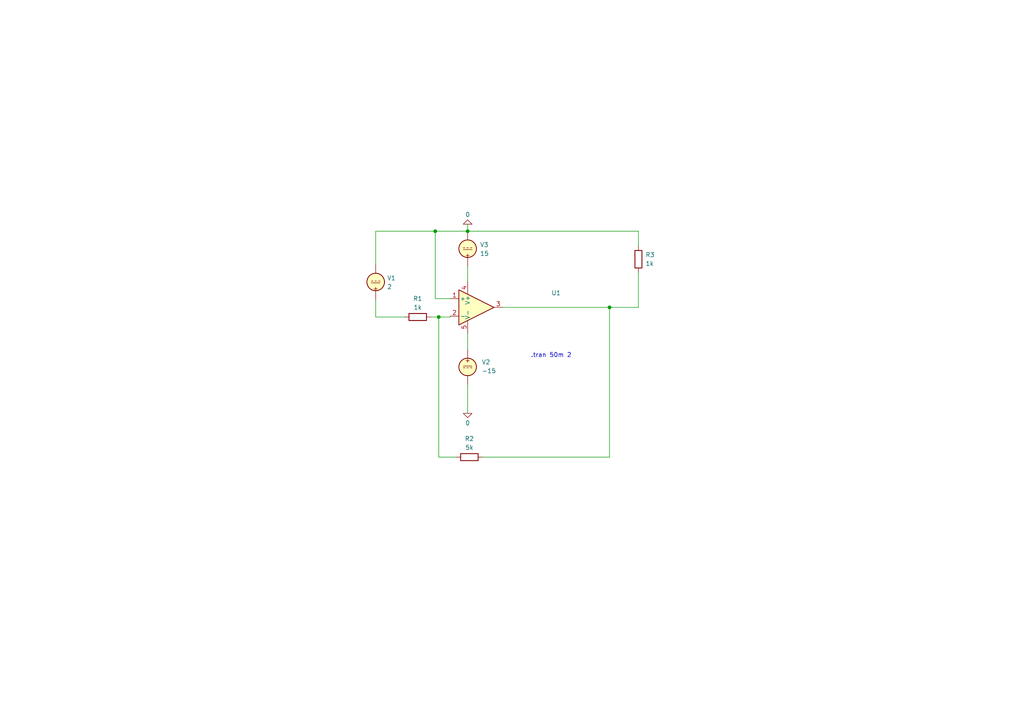
<source format=kicad_sch>
(kicad_sch (version 20230121) (generator eeschema)
  (paper "A4")
  (lib_symbols
    (symbol "Device:R" (pin_numbers hide) (pin_names (offset 0))
      (property "Reference" "R" (at 2.032 0 90))
      (property "Value" "R" (at 0 0 90))
      (symbol "R_0_1"
        (rectangle (start -1.016 -2.54) (end 1.016 2.54) (stroke (width 0.254)))
      )
      (symbol "R_1_1"
        (pin passive line (at 0 3.81 270) (length 1.27) (name "~") (number "1"))
        (pin passive line (at 0 -3.81 90) (length 1.27) (name "~") (number "2"))
      )
    )
    (symbol "Simulation_SPICE:0" (power) (pin_names (offset 0))
      (property "Value" "0" (at 0 -1.778 0))
      (symbol "0_0_1"
        (polyline (pts (xy -1.27 0) (xy 0 -1.27) (xy 1.27 0) (xy -1.27 0)))
      )
      (symbol "0_1_1"
        (pin power_in line (at 0 0 0) (length 0) hide (name "0") (number "1"))
      )
    )
    (symbol "Simulation_SPICE:OPAMP" (pin_names (offset 0.254))
      (property "Reference" "U" (at 3.81 3.175 0))
      (property "Value" "${SIM.PARAMS}" (at 3.81 -3.175 0))
      (symbol "OPAMP_0_1"
        (polyline (pts (xy 5.08 0) (xy -5.08 5.08) (xy -5.08 -5.08) (xy 5.08 0)) (stroke (width 0.254)) (fill (type background)))
      )
      (symbol "OPAMP_1_1"
        (pin input line (at -7.62 2.54 0) (length 2.54) (name "+") (number "1"))
        (pin input line (at -7.62 -2.54 0) (length 2.54) (name "-") (number "2"))
        (pin output line (at 7.62 0 180) (length 2.54) (name "~") (number "3"))
        (pin power_in line (at -2.54 7.62 270) (length 3.81) (name "V+") (number "4"))
        (pin power_in line (at -2.54 -7.62 90) (length 3.81) (name "V-") (number "5"))
      )
    )
    (symbol "Simulation_SPICE:VDC" (pin_numbers hide) (pin_names (offset 0.0254))
      (property "Reference" "V" (at 2.54 2.54 0))
      (property "Value" "1" (at 2.54 0 0))
      (symbol "VDC_0_0"
        (polyline (pts (xy -1.27 0.254) (xy 1.27 0.254)))
        (polyline (pts (xy -0.762 -0.254) (xy -1.27 -0.254)))
        (polyline (pts (xy 0.254 -0.254) (xy -0.254 -0.254)))
        (polyline (pts (xy 1.27 -0.254) (xy 0.762 -0.254)))
        (text "+" (at 0 1.905 0) (effects (font (size 1.27 1.27))))
      )
      (symbol "VDC_0_1"
        (circle (center 0 0) (radius 2.54) (stroke (width 0.254)) (fill (type background)))
      )
      (symbol "VDC_1_1"
        (pin passive line (at 0 5.08 270) (length 2.54) (name "~") (number "1"))
        (pin passive line (at 0 -5.08 90) (length 2.54) (name "~") (number "2"))
      )
    )
  )
  (junction (at 176.784 89.154))
  (junction (at 127.254 91.948))
  (junction (at 135.636 67.056))
  (junction (at 126.238 67.056))
  (wire (pts (xy 135.636 65.024) (xy 135.636 67.056)))
  (wire (pts (xy 130.556 91.948) (xy 130.556 91.694)))
  (wire (pts (xy 126.238 86.614) (xy 126.238 67.056)))
  (wire (pts (xy 127.254 91.948) (xy 130.556 91.948)))
  (wire (pts (xy 124.968 91.948) (xy 127.254 91.948)))
  (wire (pts (xy 130.556 86.614) (xy 126.238 86.614)))
  (wire (pts (xy 176.784 132.588) (xy 176.784 89.154)))
  (wire (pts (xy 126.238 67.056) (xy 135.636 67.056)))
  (wire (pts (xy 139.954 132.588) (xy 176.784 132.588)))
  (wire (pts (xy 185.166 71.374) (xy 185.166 67.056)))
  (wire (pts (xy 108.966 91.948) (xy 117.348 91.948)))
  (wire (pts (xy 176.784 89.154) (xy 185.166 89.154)))
  (wire (pts (xy 108.966 76.708) (xy 108.966 67.056)))
  (wire (pts (xy 145.796 89.154) (xy 176.784 89.154)))
  (wire (pts (xy 185.166 89.154) (xy 185.166 78.994)))
  (wire (pts (xy 135.636 96.774) (xy 135.636 101.346)))
  (wire (pts (xy 108.966 86.868) (xy 108.966 91.948)))
  (wire (pts (xy 108.966 67.056) (xy 126.238 67.056)))
  (wire (pts (xy 127.254 132.588) (xy 127.254 91.948)))
  (wire (pts (xy 135.636 77.216) (xy 135.636 81.534)))
  (wire (pts (xy 185.166 67.056) (xy 135.636 67.056)))
  (wire (pts (xy 132.334 132.588) (xy 127.254 132.588)))
  (wire (pts (xy 135.636 111.506) (xy 135.636 119.888)))
  (text ".tran 50m 2" (at 153.924 103.886 0) (effects (font (size 1.27 1.27)) (justify left bottom)))
  (symbol (lib_id "Simulation_SPICE:0") (at 135.636 65.024 180) (unit 1)
    (property "Reference" "#GND02" (effects hide))
    (property "Value" "0" (at 135.636 62.23 0))
  )
  (symbol (lib_id "Device:R") (at 136.144 132.588 90) (unit 1)
    (property "Reference" "R2" (at 136.144 127.254 90))
    (property "Value" "5k" (at 136.144 129.794 90))
  )
  (symbol (lib_id "Simulation_SPICE:0") (at 135.636 119.888 0) (unit 1)
    (property "Reference" "#GND01" (effects hide))
    (property "Value" "0" (at 135.636 122.682 0))
  )
  (symbol (lib_id "Simulation_SPICE:OPAMP") (at 138.176 89.154 0) (unit 1)
    (property "Reference" "U1" (at 161.29 84.9631 0))
    (property "Value" "${SIM.PARAMS}" (at 161.29 87.5031 0))
    (property "Sim.Pins" "1=+IN 2=-IN 3=OUT" (effects hide))
    (property "Sim.Device" "SUBCKT" (effects hide))
    (property "Sim.Library" "/home/kodyrogers/Downloads/uopamp_v1.1.lib" (effects hide))
    (property "Sim.Name" "uopamp_lvl1" (effects hide))
  )
  (symbol (lib_id "Device:R") (at 185.166 75.184 180) (unit 1)
    (property "Reference" "R3" (at 187.198 73.914 0) (effects (justify right)))
    (property "Value" "1k" (at 187.198 76.454 0) (effects (justify right)))
  )
  (symbol (lib_id "Simulation_SPICE:VDC") (at 135.636 72.136 180) (unit 1)
    (property "Reference" "V3" (at 139.192 70.9958 0) (effects (justify right)))
    (property "Value" "15" (at 139.192 73.5358 0) (effects (justify right)))
    (property "Sim.Pins" "1=+ 2=-" (effects hide))
    (property "Sim.Type" "DC" (effects hide))
    (property "Sim.Device" "V" (effects hide))
  )
  (symbol (lib_id "Device:R") (at 121.158 91.948 90) (unit 1)
    (property "Reference" "R1" (at 121.158 86.614 90))
    (property "Value" "1k" (at 121.158 89.154 90))
  )
  (symbol (lib_id "Simulation_SPICE:VDC") (at 108.966 81.788 180) (unit 1)
    (property "Reference" "V1" (at 112.268 80.6478 0) (effects (justify right)))
    (property "Value" "2" (at 112.268 83.1878 0) (effects (justify right)))
    (property "Sim.Pins" "1=+ 2=-" (effects hide))
    (property "Sim.Type" "DC" (effects hide))
    (property "Sim.Device" "V" (effects hide))
  )
  (symbol (lib_id "Simulation_SPICE:VDC") (at 135.636 106.426 0) (unit 1)
    (property "Reference" "V2" (at 139.7 105.0262 0) (effects (justify left)))
    (property "Value" "-15" (at 139.7 107.5662 0) (effects (justify left)))
    (property "Sim.Pins" "1=+ 2=-" (effects hide))
    (property "Sim.Type" "DC" (effects hide))
    (property "Sim.Device" "V" (effects hide))
  )
)
</source>
